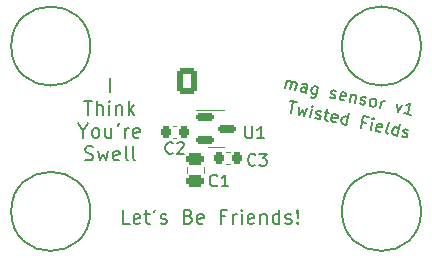
<source format=gto>
G04 #@! TF.GenerationSoftware,KiCad,Pcbnew,6.0.2+dfsg-1*
G04 #@! TF.CreationDate,2022-12-16T18:51:45-08:00*
G04 #@! TF.ProjectId,mag_sensor,6d61675f-7365-46e7-936f-722e6b696361,rev?*
G04 #@! TF.SameCoordinates,Original*
G04 #@! TF.FileFunction,Legend,Top*
G04 #@! TF.FilePolarity,Positive*
%FSLAX46Y46*%
G04 Gerber Fmt 4.6, Leading zero omitted, Abs format (unit mm)*
G04 Created by KiCad (PCBNEW 6.0.2+dfsg-1) date 2022-12-16 18:51:45*
%MOMM*%
%LPD*%
G01*
G04 APERTURE LIST*
G04 Aperture macros list*
%AMRoundRect*
0 Rectangle with rounded corners*
0 $1 Rounding radius*
0 $2 $3 $4 $5 $6 $7 $8 $9 X,Y pos of 4 corners*
0 Add a 4 corners polygon primitive as box body*
4,1,4,$2,$3,$4,$5,$6,$7,$8,$9,$2,$3,0*
0 Add four circle primitives for the rounded corners*
1,1,$1+$1,$2,$3*
1,1,$1+$1,$4,$5*
1,1,$1+$1,$6,$7*
1,1,$1+$1,$8,$9*
0 Add four rect primitives between the rounded corners*
20,1,$1+$1,$2,$3,$4,$5,0*
20,1,$1+$1,$4,$5,$6,$7,0*
20,1,$1+$1,$6,$7,$8,$9,0*
20,1,$1+$1,$8,$9,$2,$3,0*%
G04 Aperture macros list end*
%ADD10C,0.150000*%
%ADD11C,0.200000*%
%ADD12C,0.120000*%
%ADD13C,3.900000*%
%ADD14RoundRect,0.250000X0.475000X-0.250000X0.475000X0.250000X-0.475000X0.250000X-0.475000X-0.250000X0*%
%ADD15RoundRect,0.225000X0.225000X0.250000X-0.225000X0.250000X-0.225000X-0.250000X0.225000X-0.250000X0*%
%ADD16RoundRect,0.150000X-0.587500X-0.150000X0.587500X-0.150000X0.587500X0.150000X-0.587500X0.150000X0*%
%ADD17RoundRect,0.250000X-0.620000X-0.845000X0.620000X-0.845000X0.620000X0.845000X-0.620000X0.845000X0*%
%ADD18O,1.740000X2.190000*%
G04 APERTURE END LIST*
D10*
X156263515Y-97630236D02*
X156822456Y-97749043D01*
X156335074Y-98667787D02*
X156542986Y-97689640D01*
X156986045Y-98124595D02*
X157033751Y-98816296D01*
X157319070Y-98390113D01*
X157406378Y-98895500D01*
X157731300Y-98283004D01*
X157965320Y-99014307D02*
X158103928Y-98362208D01*
X158173232Y-98036159D02*
X158116753Y-98072837D01*
X158153430Y-98129316D01*
X158209909Y-98092638D01*
X158173232Y-98036159D01*
X158153430Y-98129316D01*
X158394427Y-99056833D02*
X158477683Y-99123213D01*
X158663997Y-99162815D01*
X158767054Y-99136038D01*
X158833434Y-99052781D01*
X158843334Y-99006203D01*
X158816557Y-98903145D01*
X158733301Y-98836766D01*
X158593565Y-98807064D01*
X158510309Y-98740685D01*
X158483532Y-98637627D01*
X158493432Y-98591049D01*
X158559812Y-98507792D01*
X158662869Y-98481015D01*
X158802605Y-98510717D01*
X158885861Y-98577096D01*
X159221811Y-98599822D02*
X159594438Y-98679026D01*
X159430850Y-98303474D02*
X159252640Y-99141886D01*
X159279417Y-99244944D01*
X159362674Y-99311323D01*
X159455831Y-99331125D01*
X160164408Y-99433054D02*
X160061350Y-99459832D01*
X159875037Y-99420230D01*
X159791780Y-99353850D01*
X159765003Y-99250792D01*
X159844207Y-98878165D01*
X159910587Y-98794908D01*
X160013644Y-98768131D01*
X160199958Y-98807733D01*
X160283215Y-98874113D01*
X160309992Y-98977170D01*
X160290191Y-99070327D01*
X159804605Y-99064479D01*
X161039498Y-99667743D02*
X161247410Y-98689596D01*
X161049399Y-99621165D02*
X160946341Y-99647942D01*
X160760027Y-99608340D01*
X160676771Y-99541961D01*
X160640093Y-99485482D01*
X160613316Y-99382424D01*
X160672719Y-99102953D01*
X160739099Y-99019697D01*
X160795578Y-98983019D01*
X160898635Y-98956242D01*
X161084949Y-98995844D01*
X161168205Y-99062224D01*
X162685493Y-99482099D02*
X162359444Y-99412795D01*
X162250538Y-99925158D02*
X162458450Y-98947010D01*
X162924234Y-99046016D01*
X163088950Y-100103368D02*
X163227558Y-99451270D01*
X163296862Y-99125220D02*
X163240383Y-99161898D01*
X163277061Y-99218377D01*
X163333540Y-99181699D01*
X163296862Y-99125220D01*
X163277061Y-99218377D01*
X163937263Y-100235000D02*
X163834205Y-100261777D01*
X163647892Y-100222175D01*
X163564635Y-100155795D01*
X163537858Y-100052738D01*
X163617062Y-99680110D01*
X163683442Y-99596854D01*
X163786499Y-99570076D01*
X163972813Y-99609678D01*
X164056070Y-99676058D01*
X164082847Y-99779115D01*
X164063046Y-99872272D01*
X163577460Y-99866424D01*
X164532882Y-100410285D02*
X164449626Y-100343906D01*
X164422849Y-100240848D01*
X164601059Y-99402436D01*
X165324716Y-100578595D02*
X165532628Y-99600447D01*
X165334617Y-100532016D02*
X165231559Y-100558794D01*
X165045245Y-100519191D01*
X164961989Y-100452812D01*
X164925311Y-100396333D01*
X164898534Y-100293275D01*
X164957937Y-100013805D01*
X165024317Y-99930548D01*
X165080796Y-99893870D01*
X165183853Y-99867093D01*
X165370167Y-99906695D01*
X165453423Y-99973075D01*
X165753823Y-100621121D02*
X165837079Y-100687501D01*
X166023393Y-100727103D01*
X166126450Y-100700326D01*
X166192830Y-100617069D01*
X166202731Y-100570491D01*
X166175953Y-100467433D01*
X166092697Y-100401054D01*
X165952962Y-100371352D01*
X165869705Y-100304973D01*
X165842928Y-100201915D01*
X165852828Y-100155337D01*
X165919208Y-100072080D01*
X166022265Y-100045303D01*
X166162001Y-100075005D01*
X166245257Y-100141384D01*
X155869289Y-96568782D02*
X156007897Y-95916683D01*
X155988096Y-96009840D02*
X156044575Y-95973162D01*
X156147632Y-95946385D01*
X156287368Y-95976087D01*
X156370624Y-96042466D01*
X156397402Y-96145524D01*
X156288495Y-96657887D01*
X156397402Y-96145524D02*
X156463781Y-96062267D01*
X156566839Y-96035490D01*
X156706574Y-96065192D01*
X156789830Y-96131571D01*
X156816608Y-96234629D01*
X156707702Y-96746992D01*
X157592692Y-96935102D02*
X157701598Y-96422739D01*
X157674821Y-96319682D01*
X157591565Y-96253302D01*
X157405251Y-96213700D01*
X157302193Y-96240477D01*
X157602593Y-96888524D02*
X157499535Y-96915301D01*
X157266643Y-96865798D01*
X157183387Y-96799419D01*
X157156609Y-96696361D01*
X157176410Y-96603204D01*
X157242790Y-96519948D01*
X157345847Y-96493171D01*
X157578740Y-96542673D01*
X157681797Y-96515896D01*
X158616291Y-96471114D02*
X158447981Y-97262948D01*
X158381602Y-97346205D01*
X158325123Y-97382882D01*
X158222065Y-97409660D01*
X158082330Y-97379958D01*
X157999073Y-97313579D01*
X158487583Y-97076634D02*
X158384526Y-97103412D01*
X158198212Y-97063809D01*
X158114956Y-96997430D01*
X158078278Y-96940951D01*
X158051501Y-96837893D01*
X158110904Y-96558423D01*
X158177283Y-96475166D01*
X158233763Y-96438488D01*
X158336820Y-96411711D01*
X158523134Y-96451313D01*
X158606390Y-96517693D01*
X159652045Y-97324148D02*
X159735301Y-97390528D01*
X159921615Y-97430130D01*
X160024673Y-97403353D01*
X160091052Y-97320096D01*
X160100953Y-97273518D01*
X160074175Y-97170460D01*
X159990919Y-97104081D01*
X159851184Y-97074379D01*
X159767927Y-97008000D01*
X159741150Y-96904942D01*
X159751050Y-96858364D01*
X159817430Y-96775107D01*
X159920488Y-96748330D01*
X160060223Y-96778032D01*
X160143479Y-96844411D01*
X160863085Y-97581563D02*
X160760027Y-97608340D01*
X160573713Y-97568738D01*
X160490457Y-97502358D01*
X160463680Y-97399301D01*
X160542884Y-97026673D01*
X160609264Y-96943417D01*
X160712321Y-96916639D01*
X160898635Y-96956242D01*
X160981891Y-97022621D01*
X161008669Y-97125679D01*
X160988868Y-97218836D01*
X160503282Y-97212987D01*
X161457577Y-97075048D02*
X161318969Y-97727147D01*
X161437775Y-97168205D02*
X161494255Y-97131527D01*
X161597312Y-97104750D01*
X161737047Y-97134452D01*
X161820304Y-97200831D01*
X161847081Y-97303889D01*
X161738175Y-97816252D01*
X162167282Y-97858778D02*
X162250538Y-97925158D01*
X162436852Y-97964760D01*
X162539909Y-97937983D01*
X162606289Y-97854726D01*
X162616189Y-97808148D01*
X162589412Y-97705091D01*
X162506156Y-97638711D01*
X162366420Y-97609009D01*
X162283164Y-97542630D01*
X162256387Y-97439572D01*
X162266287Y-97392994D01*
X162332667Y-97309737D01*
X162435724Y-97282960D01*
X162575460Y-97312662D01*
X162658716Y-97379041D01*
X163135529Y-98113269D02*
X163052272Y-98046889D01*
X163015594Y-97990410D01*
X162988817Y-97887352D01*
X163048220Y-97607882D01*
X163114600Y-97524625D01*
X163171079Y-97487947D01*
X163274136Y-97461170D01*
X163413872Y-97490872D01*
X163497128Y-97557251D01*
X163533806Y-97613730D01*
X163560583Y-97716788D01*
X163501180Y-97996259D01*
X163434800Y-98079515D01*
X163378321Y-98116193D01*
X163275264Y-98142970D01*
X163135529Y-98113269D01*
X163880784Y-98271677D02*
X164019392Y-97619579D01*
X163979790Y-97805893D02*
X164046169Y-97722636D01*
X164102648Y-97685959D01*
X164205706Y-97659181D01*
X164298862Y-97678982D01*
X165277010Y-97886894D02*
X165371295Y-98588495D01*
X165742795Y-97985900D01*
X166489178Y-98826109D02*
X165930236Y-98707302D01*
X166209707Y-98766705D02*
X166417619Y-97788558D01*
X166294760Y-97908492D01*
X166181802Y-97981848D01*
X166078744Y-98008625D01*
D11*
X141000000Y-96894857D02*
X141000000Y-95694857D01*
X138800000Y-97626857D02*
X139485714Y-97626857D01*
X139142857Y-98826857D02*
X139142857Y-97626857D01*
X139885714Y-98826857D02*
X139885714Y-97626857D01*
X140400000Y-98826857D02*
X140400000Y-98198285D01*
X140342857Y-98084000D01*
X140228571Y-98026857D01*
X140057142Y-98026857D01*
X139942857Y-98084000D01*
X139885714Y-98141142D01*
X140971428Y-98826857D02*
X140971428Y-98026857D01*
X140971428Y-97626857D02*
X140914285Y-97684000D01*
X140971428Y-97741142D01*
X141028571Y-97684000D01*
X140971428Y-97626857D01*
X140971428Y-97741142D01*
X141542857Y-98026857D02*
X141542857Y-98826857D01*
X141542857Y-98141142D02*
X141600000Y-98084000D01*
X141714285Y-98026857D01*
X141885714Y-98026857D01*
X142000000Y-98084000D01*
X142057142Y-98198285D01*
X142057142Y-98826857D01*
X142628571Y-98826857D02*
X142628571Y-97626857D01*
X142742857Y-98369714D02*
X143085714Y-98826857D01*
X143085714Y-98026857D02*
X142628571Y-98484000D01*
X138742857Y-100187428D02*
X138742857Y-100758857D01*
X138342857Y-99558857D02*
X138742857Y-100187428D01*
X139142857Y-99558857D01*
X139714285Y-100758857D02*
X139600000Y-100701714D01*
X139542857Y-100644571D01*
X139485714Y-100530285D01*
X139485714Y-100187428D01*
X139542857Y-100073142D01*
X139600000Y-100016000D01*
X139714285Y-99958857D01*
X139885714Y-99958857D01*
X140000000Y-100016000D01*
X140057142Y-100073142D01*
X140114285Y-100187428D01*
X140114285Y-100530285D01*
X140057142Y-100644571D01*
X140000000Y-100701714D01*
X139885714Y-100758857D01*
X139714285Y-100758857D01*
X141142857Y-99958857D02*
X141142857Y-100758857D01*
X140628571Y-99958857D02*
X140628571Y-100587428D01*
X140685714Y-100701714D01*
X140800000Y-100758857D01*
X140971428Y-100758857D01*
X141085714Y-100701714D01*
X141142857Y-100644571D01*
X141771428Y-99558857D02*
X141657142Y-99787428D01*
X142285714Y-100758857D02*
X142285714Y-99958857D01*
X142285714Y-100187428D02*
X142342857Y-100073142D01*
X142400000Y-100016000D01*
X142514285Y-99958857D01*
X142628571Y-99958857D01*
X143485714Y-100701714D02*
X143371428Y-100758857D01*
X143142857Y-100758857D01*
X143028571Y-100701714D01*
X142971428Y-100587428D01*
X142971428Y-100130285D01*
X143028571Y-100016000D01*
X143142857Y-99958857D01*
X143371428Y-99958857D01*
X143485714Y-100016000D01*
X143542857Y-100130285D01*
X143542857Y-100244571D01*
X142971428Y-100358857D01*
X138885714Y-102633714D02*
X139057142Y-102690857D01*
X139342857Y-102690857D01*
X139457142Y-102633714D01*
X139514285Y-102576571D01*
X139571428Y-102462285D01*
X139571428Y-102348000D01*
X139514285Y-102233714D01*
X139457142Y-102176571D01*
X139342857Y-102119428D01*
X139114285Y-102062285D01*
X139000000Y-102005142D01*
X138942857Y-101948000D01*
X138885714Y-101833714D01*
X138885714Y-101719428D01*
X138942857Y-101605142D01*
X139000000Y-101548000D01*
X139114285Y-101490857D01*
X139400000Y-101490857D01*
X139571428Y-101548000D01*
X139971428Y-101890857D02*
X140200000Y-102690857D01*
X140428571Y-102119428D01*
X140657142Y-102690857D01*
X140885714Y-101890857D01*
X141800000Y-102633714D02*
X141685714Y-102690857D01*
X141457142Y-102690857D01*
X141342857Y-102633714D01*
X141285714Y-102519428D01*
X141285714Y-102062285D01*
X141342857Y-101948000D01*
X141457142Y-101890857D01*
X141685714Y-101890857D01*
X141800000Y-101948000D01*
X141857142Y-102062285D01*
X141857142Y-102176571D01*
X141285714Y-102290857D01*
X142542857Y-102690857D02*
X142428571Y-102633714D01*
X142371428Y-102519428D01*
X142371428Y-101490857D01*
X143171428Y-102690857D02*
X143057142Y-102633714D01*
X143000000Y-102519428D01*
X143000000Y-101490857D01*
X142671428Y-108042857D02*
X142100000Y-108042857D01*
X142100000Y-106842857D01*
X143528571Y-107985714D02*
X143414285Y-108042857D01*
X143185714Y-108042857D01*
X143071428Y-107985714D01*
X143014285Y-107871428D01*
X143014285Y-107414285D01*
X143071428Y-107300000D01*
X143185714Y-107242857D01*
X143414285Y-107242857D01*
X143528571Y-107300000D01*
X143585714Y-107414285D01*
X143585714Y-107528571D01*
X143014285Y-107642857D01*
X143928571Y-107242857D02*
X144385714Y-107242857D01*
X144100000Y-106842857D02*
X144100000Y-107871428D01*
X144157142Y-107985714D01*
X144271428Y-108042857D01*
X144385714Y-108042857D01*
X144842857Y-106842857D02*
X144728571Y-107071428D01*
X145300000Y-107985714D02*
X145414285Y-108042857D01*
X145642857Y-108042857D01*
X145757142Y-107985714D01*
X145814285Y-107871428D01*
X145814285Y-107814285D01*
X145757142Y-107700000D01*
X145642857Y-107642857D01*
X145471428Y-107642857D01*
X145357142Y-107585714D01*
X145300000Y-107471428D01*
X145300000Y-107414285D01*
X145357142Y-107300000D01*
X145471428Y-107242857D01*
X145642857Y-107242857D01*
X145757142Y-107300000D01*
X147642857Y-107414285D02*
X147814285Y-107471428D01*
X147871428Y-107528571D01*
X147928571Y-107642857D01*
X147928571Y-107814285D01*
X147871428Y-107928571D01*
X147814285Y-107985714D01*
X147700000Y-108042857D01*
X147242857Y-108042857D01*
X147242857Y-106842857D01*
X147642857Y-106842857D01*
X147757142Y-106900000D01*
X147814285Y-106957142D01*
X147871428Y-107071428D01*
X147871428Y-107185714D01*
X147814285Y-107300000D01*
X147757142Y-107357142D01*
X147642857Y-107414285D01*
X147242857Y-107414285D01*
X148900000Y-107985714D02*
X148785714Y-108042857D01*
X148557142Y-108042857D01*
X148442857Y-107985714D01*
X148385714Y-107871428D01*
X148385714Y-107414285D01*
X148442857Y-107300000D01*
X148557142Y-107242857D01*
X148785714Y-107242857D01*
X148900000Y-107300000D01*
X148957142Y-107414285D01*
X148957142Y-107528571D01*
X148385714Y-107642857D01*
X150785714Y-107414285D02*
X150385714Y-107414285D01*
X150385714Y-108042857D02*
X150385714Y-106842857D01*
X150957142Y-106842857D01*
X151414285Y-108042857D02*
X151414285Y-107242857D01*
X151414285Y-107471428D02*
X151471428Y-107357142D01*
X151528571Y-107300000D01*
X151642857Y-107242857D01*
X151757142Y-107242857D01*
X152157142Y-108042857D02*
X152157142Y-107242857D01*
X152157142Y-106842857D02*
X152100000Y-106900000D01*
X152157142Y-106957142D01*
X152214285Y-106900000D01*
X152157142Y-106842857D01*
X152157142Y-106957142D01*
X153185714Y-107985714D02*
X153071428Y-108042857D01*
X152842857Y-108042857D01*
X152728571Y-107985714D01*
X152671428Y-107871428D01*
X152671428Y-107414285D01*
X152728571Y-107300000D01*
X152842857Y-107242857D01*
X153071428Y-107242857D01*
X153185714Y-107300000D01*
X153242857Y-107414285D01*
X153242857Y-107528571D01*
X152671428Y-107642857D01*
X153757142Y-107242857D02*
X153757142Y-108042857D01*
X153757142Y-107357142D02*
X153814285Y-107300000D01*
X153928571Y-107242857D01*
X154100000Y-107242857D01*
X154214285Y-107300000D01*
X154271428Y-107414285D01*
X154271428Y-108042857D01*
X155357142Y-108042857D02*
X155357142Y-106842857D01*
X155357142Y-107985714D02*
X155242857Y-108042857D01*
X155014285Y-108042857D01*
X154900000Y-107985714D01*
X154842857Y-107928571D01*
X154785714Y-107814285D01*
X154785714Y-107471428D01*
X154842857Y-107357142D01*
X154900000Y-107300000D01*
X155014285Y-107242857D01*
X155242857Y-107242857D01*
X155357142Y-107300000D01*
X155871428Y-107985714D02*
X155985714Y-108042857D01*
X156214285Y-108042857D01*
X156328571Y-107985714D01*
X156385714Y-107871428D01*
X156385714Y-107814285D01*
X156328571Y-107700000D01*
X156214285Y-107642857D01*
X156042857Y-107642857D01*
X155928571Y-107585714D01*
X155871428Y-107471428D01*
X155871428Y-107414285D01*
X155928571Y-107300000D01*
X156042857Y-107242857D01*
X156214285Y-107242857D01*
X156328571Y-107300000D01*
X156900000Y-107928571D02*
X156957142Y-107985714D01*
X156900000Y-108042857D01*
X156842857Y-107985714D01*
X156900000Y-107928571D01*
X156900000Y-108042857D01*
X156900000Y-107585714D02*
X156842857Y-106900000D01*
X156900000Y-106842857D01*
X156957142Y-106900000D01*
X156900000Y-107585714D01*
X156900000Y-106842857D01*
D10*
X150083333Y-104787142D02*
X150035714Y-104834761D01*
X149892857Y-104882380D01*
X149797619Y-104882380D01*
X149654761Y-104834761D01*
X149559523Y-104739523D01*
X149511904Y-104644285D01*
X149464285Y-104453809D01*
X149464285Y-104310952D01*
X149511904Y-104120476D01*
X149559523Y-104025238D01*
X149654761Y-103930000D01*
X149797619Y-103882380D01*
X149892857Y-103882380D01*
X150035714Y-103930000D01*
X150083333Y-103977619D01*
X151035714Y-104882380D02*
X150464285Y-104882380D01*
X150750000Y-104882380D02*
X150750000Y-103882380D01*
X150654761Y-104025238D01*
X150559523Y-104120476D01*
X150464285Y-104168095D01*
X153333333Y-103037142D02*
X153285714Y-103084761D01*
X153142857Y-103132380D01*
X153047619Y-103132380D01*
X152904761Y-103084761D01*
X152809523Y-102989523D01*
X152761904Y-102894285D01*
X152714285Y-102703809D01*
X152714285Y-102560952D01*
X152761904Y-102370476D01*
X152809523Y-102275238D01*
X152904761Y-102180000D01*
X153047619Y-102132380D01*
X153142857Y-102132380D01*
X153285714Y-102180000D01*
X153333333Y-102227619D01*
X153666666Y-102132380D02*
X154285714Y-102132380D01*
X153952380Y-102513333D01*
X154095238Y-102513333D01*
X154190476Y-102560952D01*
X154238095Y-102608571D01*
X154285714Y-102703809D01*
X154285714Y-102941904D01*
X154238095Y-103037142D01*
X154190476Y-103084761D01*
X154095238Y-103132380D01*
X153809523Y-103132380D01*
X153714285Y-103084761D01*
X153666666Y-103037142D01*
X146333333Y-102037142D02*
X146285714Y-102084761D01*
X146142857Y-102132380D01*
X146047619Y-102132380D01*
X145904761Y-102084761D01*
X145809523Y-101989523D01*
X145761904Y-101894285D01*
X145714285Y-101703809D01*
X145714285Y-101560952D01*
X145761904Y-101370476D01*
X145809523Y-101275238D01*
X145904761Y-101180000D01*
X146047619Y-101132380D01*
X146142857Y-101132380D01*
X146285714Y-101180000D01*
X146333333Y-101227619D01*
X146714285Y-101227619D02*
X146761904Y-101180000D01*
X146857142Y-101132380D01*
X147095238Y-101132380D01*
X147190476Y-101180000D01*
X147238095Y-101227619D01*
X147285714Y-101322857D01*
X147285714Y-101418095D01*
X147238095Y-101560952D01*
X146666666Y-102132380D01*
X147285714Y-102132380D01*
X152488095Y-99802380D02*
X152488095Y-100611904D01*
X152535714Y-100707142D01*
X152583333Y-100754761D01*
X152678571Y-100802380D01*
X152869047Y-100802380D01*
X152964285Y-100754761D01*
X153011904Y-100707142D01*
X153059523Y-100611904D01*
X153059523Y-99802380D01*
X154059523Y-100802380D02*
X153488095Y-100802380D01*
X153773809Y-100802380D02*
X153773809Y-99802380D01*
X153678571Y-99945238D01*
X153583333Y-100040476D01*
X153488095Y-100088095D01*
X139350000Y-93000000D02*
G75*
G03*
X139350000Y-93000000I-3350000J0D01*
G01*
D12*
X148985000Y-103761252D02*
X148985000Y-103238748D01*
X147515000Y-103761252D02*
X147515000Y-103238748D01*
X151140580Y-101990000D02*
X150859420Y-101990000D01*
X151140580Y-103010000D02*
X150859420Y-103010000D01*
X146640580Y-99740000D02*
X146359420Y-99740000D01*
X146640580Y-100760000D02*
X146359420Y-100760000D01*
D10*
X167350000Y-93000000D02*
G75*
G03*
X167350000Y-93000000I-3350000J0D01*
G01*
X139350000Y-107000000D02*
G75*
G03*
X139350000Y-107000000I-3350000J0D01*
G01*
X167350000Y-107000000D02*
G75*
G03*
X167350000Y-107000000I-3350000J0D01*
G01*
D12*
X150000000Y-98440000D02*
X150650000Y-98440000D01*
X150000000Y-101560000D02*
X150650000Y-101560000D01*
X150000000Y-98440000D02*
X148325000Y-98440000D01*
X150000000Y-101560000D02*
X149350000Y-101560000D01*
%LPC*%
D13*
X136000000Y-93000000D03*
D14*
X148250000Y-104450000D03*
X148250000Y-102550000D03*
D15*
X151775000Y-102500000D03*
X150225000Y-102500000D03*
X147275000Y-100250000D03*
X145725000Y-100250000D03*
D13*
X164000000Y-93000000D03*
X136000000Y-107000000D03*
X164000000Y-107000000D03*
D16*
X149062500Y-99050000D03*
X149062500Y-100950000D03*
X150937500Y-100000000D03*
D17*
X147500000Y-96000000D03*
D18*
X150040000Y-96000000D03*
X152580000Y-96000000D03*
M02*

</source>
